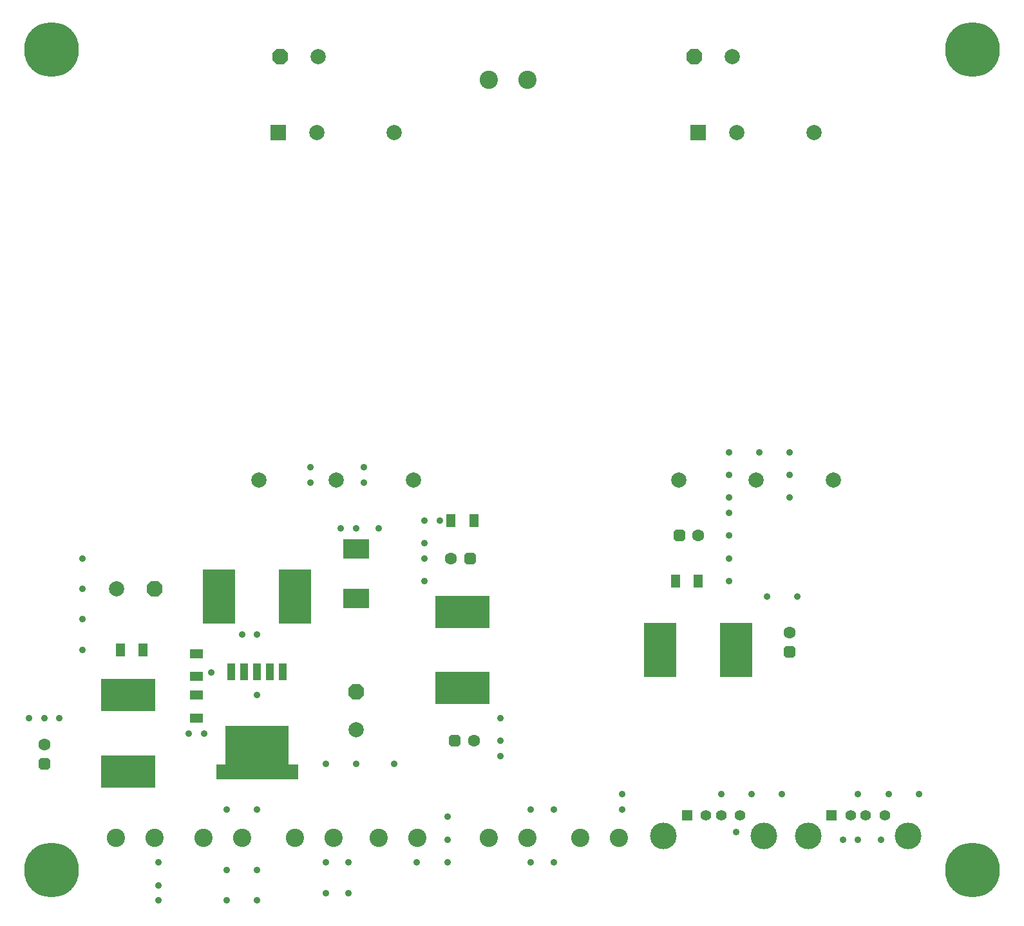
<source format=gbr>
%TF.GenerationSoftware,Altium Limited,Altium Designer,22.4.2 (48)*%
G04 Layer_Color=8388736*
%FSLAX45Y45*%
%MOMM*%
%TF.SameCoordinates,24D30104-F170-4498-80AD-2BAA9A99EF50*%
%TF.FilePolarity,Negative*%
%TF.FileFunction,Soldermask,Top*%
%TF.Part,Single*%
G01*
G75*
%TA.AperFunction,SMDPad,CuDef*%
%ADD14C,6.29100*%
%ADD15R,1.07000X2.16000*%
%TA.AperFunction,ComponentPad*%
%ADD20C,3.50000*%
%ADD21R,1.42000X1.42000*%
%ADD22C,1.42000*%
%TA.AperFunction,SMDPad,CuDef*%
%ADD36R,7.20320X4.20320*%
%ADD37R,1.20320X1.80320*%
%ADD38R,1.80320X1.20320*%
%ADD39R,4.20320X7.20320*%
%ADD40R,3.50320X2.60320*%
%TA.AperFunction,ComponentPad*%
%ADD41C,2.40320*%
%ADD42C,1.60320*%
G04:AMPARAMS|DCode=43|XSize=1.6032mm|YSize=1.6032mm|CornerRadius=0mm|HoleSize=0mm|Usage=FLASHONLY|Rotation=0.000|XOffset=0mm|YOffset=0mm|HoleType=Round|Shape=Octagon|*
%AMOCTAGOND43*
4,1,8,0.80160,-0.40080,0.80160,0.40080,0.40080,0.80160,-0.40080,0.80160,-0.80160,0.40080,-0.80160,-0.40080,-0.40080,-0.80160,0.40080,-0.80160,0.80160,-0.40080,0.0*
%
%ADD43OCTAGOND43*%

G04:AMPARAMS|DCode=44|XSize=1.6032mm|YSize=1.6032mm|CornerRadius=0mm|HoleSize=0mm|Usage=FLASHONLY|Rotation=90.000|XOffset=0mm|YOffset=0mm|HoleType=Round|Shape=Octagon|*
%AMOCTAGOND44*
4,1,8,0.40080,0.80160,-0.40080,0.80160,-0.80160,0.40080,-0.80160,-0.40080,-0.40080,-0.80160,0.40080,-0.80160,0.80160,-0.40080,0.80160,0.40080,0.40080,0.80160,0.0*
%
%ADD44OCTAGOND44*%

%ADD45C,2.00320*%
G04:AMPARAMS|DCode=46|XSize=2.0032mm|YSize=2.0032mm|CornerRadius=0mm|HoleSize=0mm|Usage=FLASHONLY|Rotation=0.000|XOffset=0mm|YOffset=0mm|HoleType=Round|Shape=Octagon|*
%AMOCTAGOND46*
4,1,8,1.00160,-0.50080,1.00160,0.50080,0.50080,1.00160,-0.50080,1.00160,-1.00160,0.50080,-1.00160,-0.50080,-0.50080,-1.00160,0.50080,-1.00160,1.00160,-0.50080,0.0*
%
%ADD46OCTAGOND46*%

%TA.AperFunction,ViaPad*%
%ADD47C,7.20320*%
%TA.AperFunction,ComponentPad*%
G04:AMPARAMS|DCode=48|XSize=2.0032mm|YSize=2.0032mm|CornerRadius=0mm|HoleSize=0mm|Usage=FLASHONLY|Rotation=270.000|XOffset=0mm|YOffset=0mm|HoleType=Round|Shape=Octagon|*
%AMOCTAGOND48*
4,1,8,-0.50080,-1.00160,0.50080,-1.00160,1.00160,-0.50080,1.00160,0.50080,0.50080,1.00160,-0.50080,1.00160,-1.00160,0.50080,-1.00160,-0.50080,-0.50080,-1.00160,0.0*
%
%ADD48OCTAGOND48*%

%ADD49R,2.00320X2.00320*%
%TA.AperFunction,ViaPad*%
%ADD50C,0.90320*%
G36*
X3716500Y1987000D02*
X3840000D01*
Y1796000D01*
X2760000D01*
Y1987000D01*
X2883500D01*
Y2495000D01*
X3716500D01*
Y1987000D01*
D02*
G37*
D14*
X3300000Y2145500D02*
D03*
D15*
X3640000Y3213000D02*
D03*
X3470000D02*
D03*
X3300000D02*
D03*
X3130000D02*
D03*
X2960000D02*
D03*
D20*
X8643000Y1048000D02*
D03*
X9957000D02*
D03*
X10543000D02*
D03*
X11857000D02*
D03*
D21*
X8950000Y1319000D02*
D03*
X10850000D02*
D03*
D22*
X9200000D02*
D03*
X9400000D02*
D03*
X9650000D02*
D03*
X11100000D02*
D03*
X11300000D02*
D03*
X11550000D02*
D03*
D36*
X6000000Y3000000D02*
D03*
Y4000000D02*
D03*
X1600000Y2900000D02*
D03*
Y1900000D02*
D03*
D37*
X6150000Y5200000D02*
D03*
X5850000D02*
D03*
X1500000Y3500000D02*
D03*
X1800000D02*
D03*
X8800000Y4400000D02*
D03*
X9100000D02*
D03*
D38*
X2500000Y3450000D02*
D03*
Y3150000D02*
D03*
Y2600000D02*
D03*
Y2900000D02*
D03*
D39*
X3800000Y4200000D02*
D03*
X2800000D02*
D03*
X9600000Y3500000D02*
D03*
X8600000D02*
D03*
D40*
X4600000Y4170000D02*
D03*
Y4830000D02*
D03*
D41*
X6854000Y1021000D02*
D03*
X6346000D02*
D03*
X5408000D02*
D03*
X4900000D02*
D03*
X4308000D02*
D03*
X3800000D02*
D03*
X3100000D02*
D03*
X2592000D02*
D03*
X1954000D02*
D03*
X1446000D02*
D03*
X8054000D02*
D03*
X7546000D02*
D03*
X6346000Y11000000D02*
D03*
X6854000D02*
D03*
D42*
X9100000Y5000000D02*
D03*
X10300000Y3725000D02*
D03*
X6150000Y2300000D02*
D03*
X500000Y2250000D02*
D03*
X5850000Y4700000D02*
D03*
D43*
X8850000Y5000000D02*
D03*
X5900000Y2300000D02*
D03*
X6100000Y4700000D02*
D03*
D44*
X10300000Y3475000D02*
D03*
X500000Y2000000D02*
D03*
D45*
X4100000Y11300000D02*
D03*
X9550000D02*
D03*
X1450000Y4300000D02*
D03*
X4600000Y2450000D02*
D03*
X10878000Y5728000D02*
D03*
X9862000D02*
D03*
X8846000D02*
D03*
X10624000Y10300000D02*
D03*
X9608000D02*
D03*
X4084000D02*
D03*
X5100000D02*
D03*
X3322000Y5728000D02*
D03*
X4338000D02*
D03*
X5354000D02*
D03*
D46*
X3600000Y11300000D02*
D03*
X9050000D02*
D03*
X1950000Y4300000D02*
D03*
D47*
X600000Y600000D02*
D03*
Y11400000D02*
D03*
X12700000Y600000D02*
D03*
Y11400000D02*
D03*
D48*
X4600000Y2950000D02*
D03*
D49*
X9100000Y10300000D02*
D03*
X3576000D02*
D03*
D50*
X10200000Y1600000D02*
D03*
X12000000D02*
D03*
X11600000D02*
D03*
X11200000D02*
D03*
X11500000Y1000000D02*
D03*
X11200000D02*
D03*
X11000000D02*
D03*
X2000000Y200000D02*
D03*
Y400000D02*
D03*
Y700000D02*
D03*
X3300000Y1400000D02*
D03*
X2900000D02*
D03*
Y200000D02*
D03*
X3300000D02*
D03*
Y600000D02*
D03*
X2900000D02*
D03*
X4200000Y300000D02*
D03*
X4500000D02*
D03*
Y700000D02*
D03*
X4200000D02*
D03*
X5400000D02*
D03*
X5800000D02*
D03*
Y1000000D02*
D03*
Y1300000D02*
D03*
X7200000Y700000D02*
D03*
X6900000D02*
D03*
X7200000Y1400000D02*
D03*
X6900000D02*
D03*
X8100000Y1600000D02*
D03*
Y1400000D02*
D03*
X9800000Y1600000D02*
D03*
X9400000D02*
D03*
X9600000Y1100000D02*
D03*
X10400000Y4200000D02*
D03*
X10000000D02*
D03*
X9500000Y4400000D02*
D03*
Y4700000D02*
D03*
Y5000000D02*
D03*
Y5300000D02*
D03*
X10300000Y5500000D02*
D03*
Y5800000D02*
D03*
Y6100000D02*
D03*
X9900000D02*
D03*
X9500000D02*
D03*
Y5800000D02*
D03*
Y5500000D02*
D03*
X4900000Y5100000D02*
D03*
X4400000D02*
D03*
X5500000Y4900000D02*
D03*
Y4400000D02*
D03*
X6500000Y2600000D02*
D03*
Y2300000D02*
D03*
Y2100000D02*
D03*
X5100000Y2000000D02*
D03*
X4600000D02*
D03*
X4200000D02*
D03*
X2700000Y3200000D02*
D03*
X3100000Y3700000D02*
D03*
X3300000D02*
D03*
Y2900000D02*
D03*
X2600000Y2400000D02*
D03*
X2400000D02*
D03*
X700000Y2600000D02*
D03*
X300000D02*
D03*
X500000D02*
D03*
X1000000Y3500000D02*
D03*
Y4700000D02*
D03*
Y4300000D02*
D03*
Y3900000D02*
D03*
X4700000Y5700000D02*
D03*
Y5900000D02*
D03*
X4000000D02*
D03*
Y5700000D02*
D03*
X5500000Y5200000D02*
D03*
X5700000D02*
D03*
X5500000Y4700000D02*
D03*
X4600000Y5100000D02*
D03*
X3000000Y2000000D02*
D03*
X3200000D02*
D03*
X3400000D02*
D03*
X3600000D02*
D03*
Y2300000D02*
D03*
X3400000D02*
D03*
X3200000D02*
D03*
X3000000D02*
D03*
%TF.MD5,a01ede13a86d1297eebc86ed45b60fea*%
M02*

</source>
